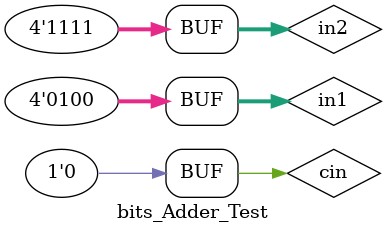
<source format=v>
module bits_Adder_Test;

reg [3:0] in1, in2;
reg cin;
wire [3:0] sum;
wire cout;

bits_adder b1(.a(in1), .b(in2), .cin(cin), .cout(cout), .sum(sum));

initial
begin
 in1 = 4'b0000;
 in2 = 4'b0001;
 cin = 0;
#10 in1 = 4'b0010;
#10 in2 = 4'b0011;
#10 in1 = 4'b0100;
#10 in2 = 4'b1111;
#10;
end

endmodule

</source>
